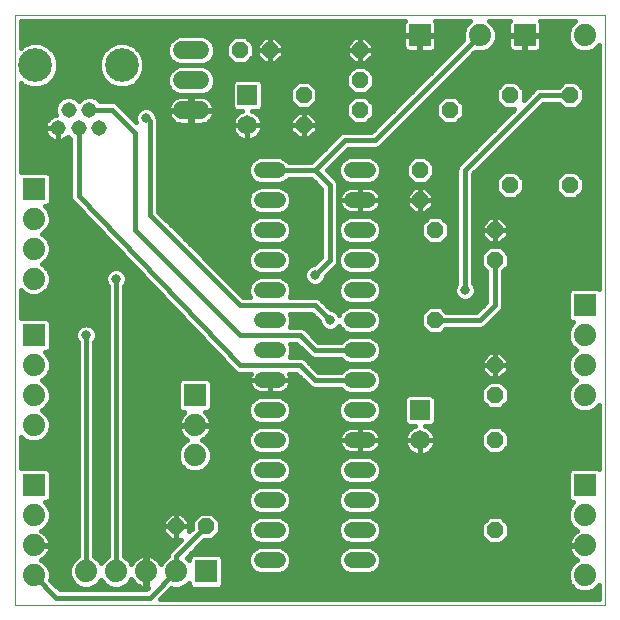
<source format=gbl>
G75*
G70*
%OFA0B0*%
%FSLAX24Y24*%
%IPPOS*%
%LPD*%
%AMOC8*
5,1,8,0,0,1.08239X$1,22.5*
%
%ADD10C,0.0000*%
%ADD11C,0.0520*%
%ADD12OC8,0.0520*%
%ADD13R,0.0740X0.0740*%
%ADD14C,0.0740*%
%ADD15C,0.0515*%
%ADD16C,0.1122*%
%ADD17R,0.0650X0.0650*%
%ADD18C,0.0650*%
%ADD19C,0.0600*%
%ADD20C,0.0317*%
%ADD21C,0.0160*%
D10*
X000181Y000685D02*
X000181Y020370D01*
X019866Y020370D01*
X019866Y000685D01*
X000181Y000685D01*
D11*
X008421Y002185D02*
X008941Y002185D01*
X008941Y003185D02*
X008421Y003185D01*
X008421Y004185D02*
X008941Y004185D01*
X008941Y005185D02*
X008421Y005185D01*
X008421Y006185D02*
X008941Y006185D01*
X008941Y007185D02*
X008421Y007185D01*
X008421Y008185D02*
X008941Y008185D01*
X008941Y009185D02*
X008421Y009185D01*
X008421Y010185D02*
X008941Y010185D01*
X008941Y011185D02*
X008421Y011185D01*
X008421Y012185D02*
X008941Y012185D01*
X008941Y013185D02*
X008421Y013185D01*
X008421Y014185D02*
X008941Y014185D01*
X008941Y015185D02*
X008421Y015185D01*
X011421Y015185D02*
X011941Y015185D01*
X011941Y014185D02*
X011421Y014185D01*
X011421Y013185D02*
X011941Y013185D01*
X011941Y012185D02*
X011421Y012185D01*
X011421Y011185D02*
X011941Y011185D01*
X011941Y010185D02*
X011421Y010185D01*
X011421Y009185D02*
X011941Y009185D01*
X011941Y008185D02*
X011421Y008185D01*
X011421Y007185D02*
X011941Y007185D01*
X011941Y006185D02*
X011421Y006185D01*
X011421Y005185D02*
X011941Y005185D01*
X011941Y004185D02*
X011421Y004185D01*
X011421Y003185D02*
X011941Y003185D01*
X011941Y002185D02*
X011421Y002185D01*
D12*
X016181Y003185D03*
X016181Y006185D03*
X016181Y007685D03*
X016181Y008685D03*
X014181Y010185D03*
X016181Y012185D03*
X016181Y013185D03*
X016681Y014685D03*
X018681Y014685D03*
X018681Y017685D03*
X016681Y017685D03*
X014681Y017185D03*
X013681Y015185D03*
X013681Y014185D03*
X014181Y013185D03*
X011681Y017185D03*
X011681Y018185D03*
X011681Y019185D03*
X009806Y017685D03*
X009806Y016685D03*
X008681Y019185D03*
X007681Y019185D03*
X006556Y003310D03*
X005556Y003310D03*
D13*
X006556Y001810D03*
X006181Y007685D03*
X000806Y009685D03*
X000806Y014560D03*
X000806Y004685D03*
X013681Y019685D03*
X017181Y019685D03*
X019181Y010685D03*
X019181Y004685D03*
D14*
X019181Y003685D03*
X019181Y002685D03*
X019181Y001685D03*
X019181Y007685D03*
X019181Y008685D03*
X019181Y009685D03*
X019181Y019685D03*
X015681Y019685D03*
X006181Y006685D03*
X006181Y005685D03*
X005556Y001810D03*
X004556Y001810D03*
X003556Y001810D03*
X002556Y001810D03*
X000806Y001685D03*
X000806Y002685D03*
X000806Y003685D03*
X000806Y006685D03*
X000806Y007685D03*
X000806Y008685D03*
X000806Y011560D03*
X000806Y012560D03*
X000806Y013560D03*
D15*
X001606Y016585D03*
X001976Y017205D03*
X002306Y016585D03*
X002976Y016585D03*
X002666Y017205D03*
D16*
X003743Y018685D03*
X000869Y018685D03*
D17*
X007931Y017685D03*
X013681Y007185D03*
D18*
X013681Y006185D03*
X007931Y016685D03*
D19*
X006356Y017185D02*
X005756Y017185D01*
X005756Y018185D02*
X006356Y018185D01*
X006356Y019185D02*
X005756Y019185D01*
D20*
X004556Y016935D03*
X003556Y011560D03*
X002556Y009685D03*
X010181Y011685D03*
X010681Y010185D03*
X015181Y011185D03*
D21*
X015181Y015185D01*
X017681Y017685D01*
X018681Y017685D01*
X018384Y017332D02*
X017724Y017332D01*
X017797Y017405D02*
X018311Y017405D01*
X018491Y017225D01*
X018872Y017225D01*
X019141Y017495D01*
X019141Y017876D01*
X018872Y018145D01*
X018491Y018145D01*
X018311Y017965D01*
X017737Y017965D01*
X017626Y017965D01*
X017523Y017923D01*
X017141Y017541D01*
X017141Y017876D01*
X016872Y018145D01*
X016491Y018145D01*
X016221Y017876D01*
X016221Y017495D01*
X016491Y017225D01*
X016826Y017225D01*
X014944Y015344D01*
X014901Y015241D01*
X014901Y015130D01*
X014901Y011412D01*
X014878Y011388D01*
X014823Y011257D01*
X014823Y011114D01*
X014878Y010982D01*
X014978Y010881D01*
X015110Y010827D01*
X015253Y010827D01*
X015384Y010881D01*
X015485Y010982D01*
X015540Y011114D01*
X015540Y011257D01*
X015485Y011388D01*
X015461Y011412D01*
X015461Y015069D01*
X017797Y017405D01*
X017566Y017174D02*
X019666Y017174D01*
X019666Y017332D02*
X018979Y017332D01*
X019138Y017491D02*
X019666Y017491D01*
X019666Y017649D02*
X019141Y017649D01*
X019141Y017808D02*
X019666Y017808D01*
X019666Y017967D02*
X019051Y017967D01*
X018892Y018125D02*
X019666Y018125D01*
X019666Y018284D02*
X014676Y018284D01*
X014834Y018442D02*
X019666Y018442D01*
X019666Y018601D02*
X014993Y018601D01*
X015151Y018759D02*
X019666Y018759D01*
X019666Y018918D02*
X015310Y018918D01*
X015468Y019076D02*
X019666Y019076D01*
X019666Y019235D02*
X019537Y019235D01*
X019504Y019202D02*
X019665Y019362D01*
X019666Y019367D01*
X019666Y011223D01*
X019634Y011255D01*
X018729Y011255D01*
X018611Y011138D01*
X018611Y010232D01*
X018729Y010115D01*
X018805Y010115D01*
X018698Y010008D01*
X018611Y009799D01*
X018611Y009572D01*
X018698Y009362D01*
X018859Y009202D01*
X018899Y009185D01*
X018859Y009169D01*
X018698Y009008D01*
X018611Y008799D01*
X018611Y008572D01*
X018698Y008362D01*
X018859Y008202D01*
X018899Y008185D01*
X018859Y008169D01*
X018698Y008008D01*
X018611Y007799D01*
X018611Y007572D01*
X018698Y007362D01*
X018859Y007202D01*
X019068Y007115D01*
X019295Y007115D01*
X019504Y007202D01*
X019665Y007362D01*
X019666Y007367D01*
X019666Y005223D01*
X019634Y005255D01*
X018729Y005255D01*
X018611Y005138D01*
X018611Y004232D01*
X018729Y004115D01*
X018805Y004115D01*
X018698Y004008D01*
X018611Y003799D01*
X018611Y003572D01*
X018698Y003362D01*
X018859Y003202D01*
X018928Y003173D01*
X018893Y003156D01*
X018823Y003105D01*
X018762Y003044D01*
X018711Y002974D01*
X018672Y002896D01*
X018645Y002814D01*
X018631Y002729D01*
X018631Y002705D01*
X019161Y002705D01*
X019161Y002665D01*
X018631Y002665D01*
X018631Y002642D01*
X018645Y002557D01*
X018672Y002474D01*
X018711Y002397D01*
X018762Y002327D01*
X018823Y002266D01*
X018893Y002215D01*
X018928Y002197D01*
X018859Y002169D01*
X018698Y002008D01*
X018611Y001799D01*
X018611Y001572D01*
X018698Y001362D01*
X018859Y001202D01*
X019068Y001115D01*
X019295Y001115D01*
X019504Y001202D01*
X019665Y001362D01*
X019666Y001367D01*
X019666Y000885D01*
X005027Y000885D01*
X005400Y001258D01*
X005443Y001240D01*
X005670Y001240D01*
X005879Y001327D01*
X005986Y001434D01*
X005986Y001357D01*
X006104Y001240D01*
X007009Y001240D01*
X007126Y001357D01*
X007126Y002263D01*
X007009Y002380D01*
X006104Y002380D01*
X005986Y002263D01*
X005986Y002186D01*
X005907Y002265D01*
X006492Y002850D01*
X006747Y002850D01*
X007016Y003120D01*
X007016Y003501D01*
X006747Y003770D01*
X006366Y003770D01*
X006096Y003501D01*
X006096Y003246D01*
X005996Y003146D01*
X005996Y003310D01*
X005557Y003310D01*
X005557Y003311D01*
X005556Y003311D01*
X005556Y003750D01*
X005374Y003750D01*
X005116Y003493D01*
X005116Y003311D01*
X005556Y003311D01*
X005556Y003310D01*
X005116Y003310D01*
X005116Y003128D01*
X005374Y002870D01*
X005556Y002870D01*
X005556Y003310D01*
X005557Y003310D01*
X005557Y002870D01*
X005721Y002870D01*
X005319Y002469D01*
X005276Y002366D01*
X005276Y002311D01*
X005234Y002294D01*
X005073Y002133D01*
X005044Y002064D01*
X005027Y002099D01*
X004976Y002169D01*
X004915Y002230D01*
X004845Y002281D01*
X004768Y002320D01*
X004685Y002347D01*
X004600Y002360D01*
X004576Y002360D01*
X004576Y001831D01*
X004536Y001831D01*
X004536Y002360D01*
X004513Y002360D01*
X004428Y002347D01*
X004345Y002320D01*
X004268Y002281D01*
X004198Y002230D01*
X004137Y002169D01*
X004086Y002099D01*
X004068Y002064D01*
X004040Y002133D01*
X003879Y002294D01*
X003836Y002311D01*
X003836Y011333D01*
X003860Y011357D01*
X003915Y011489D01*
X003915Y011632D01*
X003860Y011763D01*
X003759Y011864D01*
X003628Y011919D01*
X003485Y011919D01*
X003353Y011864D01*
X003253Y011763D01*
X003198Y011632D01*
X003198Y011489D01*
X003253Y011357D01*
X003276Y011333D01*
X003276Y002311D01*
X003234Y002294D01*
X003073Y002133D01*
X003056Y002093D01*
X003040Y002133D01*
X002879Y002294D01*
X002836Y002311D01*
X002836Y009458D01*
X002860Y009482D01*
X002915Y009614D01*
X002915Y009757D01*
X002860Y009888D01*
X002759Y009989D01*
X002628Y010044D01*
X002485Y010044D01*
X002353Y009989D01*
X002253Y009888D01*
X002198Y009757D01*
X002198Y009614D01*
X002253Y009482D01*
X002276Y009458D01*
X002276Y002311D01*
X002234Y002294D01*
X002073Y002133D01*
X001986Y001924D01*
X001986Y001697D01*
X002073Y001487D01*
X002234Y001327D01*
X002443Y001240D01*
X002670Y001240D01*
X002879Y001327D01*
X003040Y001487D01*
X003056Y001528D01*
X003073Y001487D01*
X003234Y001327D01*
X003443Y001240D01*
X003670Y001240D01*
X003879Y001327D01*
X004040Y001487D01*
X004068Y001557D01*
X004086Y001522D01*
X004137Y001452D01*
X004198Y001391D01*
X004268Y001340D01*
X004345Y001301D01*
X004428Y001274D01*
X004513Y001260D01*
X004536Y001260D01*
X004536Y001790D01*
X004576Y001790D01*
X004576Y001260D01*
X004600Y001260D01*
X004613Y001262D01*
X004565Y001215D01*
X001672Y001215D01*
X001359Y001529D01*
X001376Y001572D01*
X001376Y001799D01*
X001290Y002008D01*
X001129Y002169D01*
X001060Y002197D01*
X001095Y002215D01*
X001165Y002266D01*
X001226Y002327D01*
X001277Y002397D01*
X001316Y002474D01*
X001343Y002557D01*
X001356Y002642D01*
X001356Y002665D01*
X000827Y002665D01*
X000827Y002705D01*
X001356Y002705D01*
X001356Y002729D01*
X001343Y002814D01*
X001316Y002896D01*
X001277Y002974D01*
X001226Y003044D01*
X001165Y003105D01*
X001095Y003156D01*
X001060Y003173D01*
X001129Y003202D01*
X001290Y003362D01*
X001376Y003572D01*
X001376Y003799D01*
X001290Y004008D01*
X001182Y004115D01*
X001259Y004115D01*
X001376Y004232D01*
X001376Y005138D01*
X001259Y005255D01*
X000381Y005255D01*
X000381Y006304D01*
X000484Y006202D01*
X000693Y006115D01*
X000920Y006115D01*
X001129Y006202D01*
X001290Y006362D01*
X001376Y006572D01*
X001376Y006799D01*
X001290Y007008D01*
X001129Y007169D01*
X001089Y007185D01*
X001129Y007202D01*
X001290Y007362D01*
X001376Y007572D01*
X001376Y007799D01*
X001290Y008008D01*
X001129Y008169D01*
X001089Y008185D01*
X001129Y008202D01*
X001290Y008362D01*
X001376Y008572D01*
X001376Y008799D01*
X001290Y009008D01*
X001182Y009115D01*
X001259Y009115D01*
X001376Y009232D01*
X001376Y010138D01*
X001259Y010255D01*
X000381Y010255D01*
X000381Y011179D01*
X000484Y011077D01*
X000693Y010990D01*
X000920Y010990D01*
X001129Y011077D01*
X001290Y011237D01*
X001376Y011447D01*
X001376Y011674D01*
X001290Y011883D01*
X001129Y012044D01*
X001089Y012060D01*
X001129Y012077D01*
X001290Y012237D01*
X001376Y012447D01*
X001376Y012674D01*
X001290Y012883D01*
X001129Y013044D01*
X001089Y013060D01*
X001129Y013077D01*
X001290Y013237D01*
X001376Y013447D01*
X001376Y013674D01*
X001290Y013883D01*
X001182Y013990D01*
X001259Y013990D01*
X001376Y014107D01*
X001376Y015013D01*
X001259Y015130D01*
X000381Y015130D01*
X000381Y018097D01*
X000438Y018040D01*
X000718Y017924D01*
X001021Y017924D01*
X001300Y018040D01*
X001515Y018254D01*
X001630Y018534D01*
X001630Y018837D01*
X001515Y019116D01*
X001300Y019330D01*
X001021Y019446D01*
X000718Y019446D01*
X000438Y019330D01*
X000381Y019274D01*
X000381Y020170D01*
X013172Y020170D01*
X013167Y020166D01*
X013144Y020125D01*
X013131Y020079D01*
X013131Y019705D01*
X013661Y019705D01*
X013661Y019665D01*
X013131Y019665D01*
X013131Y019292D01*
X013144Y019246D01*
X013167Y019205D01*
X013201Y019171D01*
X013242Y019148D01*
X013288Y019135D01*
X013661Y019135D01*
X013661Y019665D01*
X013701Y019665D01*
X013701Y019135D01*
X014075Y019135D01*
X014121Y019148D01*
X014162Y019171D01*
X014195Y019205D01*
X014219Y019246D01*
X014231Y019292D01*
X014231Y019665D01*
X013702Y019665D01*
X013702Y019705D01*
X014231Y019705D01*
X014231Y020079D01*
X014219Y020125D01*
X014195Y020166D01*
X014191Y020170D01*
X015363Y020170D01*
X015359Y020169D01*
X015198Y020008D01*
X015111Y019799D01*
X015111Y019572D01*
X015129Y019529D01*
X013944Y018344D01*
X012065Y016465D01*
X011126Y016465D01*
X011023Y016423D01*
X010944Y016344D01*
X010065Y015465D01*
X009312Y015465D01*
X009202Y015575D01*
X009033Y015645D01*
X008330Y015645D01*
X008161Y015575D01*
X008031Y015446D01*
X007961Y015277D01*
X007961Y015094D01*
X008031Y014925D01*
X008161Y014795D01*
X008330Y014725D01*
X009033Y014725D01*
X009202Y014795D01*
X009312Y014905D01*
X010065Y014905D01*
X010401Y014569D01*
X010401Y012301D01*
X010144Y012044D01*
X010110Y012044D01*
X009978Y011989D01*
X009878Y011888D01*
X009823Y011757D01*
X009823Y011614D01*
X009878Y011482D01*
X009978Y011381D01*
X010110Y011327D01*
X010253Y011327D01*
X010384Y011381D01*
X010485Y011482D01*
X010540Y011614D01*
X010540Y011648D01*
X010840Y011948D01*
X010919Y012027D01*
X010961Y012130D01*
X010961Y014630D01*
X010961Y014741D01*
X010919Y014844D01*
X010577Y015185D01*
X011297Y015905D01*
X012126Y015905D01*
X012237Y015905D01*
X012340Y015948D01*
X014340Y017948D01*
X015525Y019133D01*
X015568Y019115D01*
X015795Y019115D01*
X016004Y019202D01*
X016165Y019362D01*
X016251Y019572D01*
X016251Y019799D01*
X016165Y020008D01*
X016004Y020169D01*
X016000Y020170D01*
X016672Y020170D01*
X016667Y020166D01*
X016644Y020125D01*
X016631Y020079D01*
X016631Y019705D01*
X017161Y019705D01*
X017161Y019665D01*
X016631Y019665D01*
X016631Y019292D01*
X016644Y019246D01*
X016667Y019205D01*
X016701Y019171D01*
X016742Y019148D01*
X016788Y019135D01*
X017161Y019135D01*
X017161Y019665D01*
X017201Y019665D01*
X017201Y019135D01*
X017575Y019135D01*
X017621Y019148D01*
X017662Y019171D01*
X017695Y019205D01*
X017719Y019246D01*
X017731Y019292D01*
X017731Y019665D01*
X017202Y019665D01*
X017202Y019705D01*
X017731Y019705D01*
X017731Y020079D01*
X017719Y020125D01*
X017695Y020166D01*
X017691Y020170D01*
X018863Y020170D01*
X018859Y020169D01*
X018698Y020008D01*
X018611Y019799D01*
X018611Y019572D01*
X018698Y019362D01*
X018859Y019202D01*
X019068Y019115D01*
X019295Y019115D01*
X019504Y019202D01*
X018826Y019235D02*
X017713Y019235D01*
X017731Y019393D02*
X018685Y019393D01*
X018620Y019552D02*
X017731Y019552D01*
X017731Y019711D02*
X018611Y019711D01*
X018641Y019869D02*
X017731Y019869D01*
X017731Y020028D02*
X018718Y020028D01*
X017201Y019552D02*
X017161Y019552D01*
X017161Y019393D02*
X017201Y019393D01*
X017201Y019235D02*
X017161Y019235D01*
X016650Y019235D02*
X016037Y019235D01*
X016177Y019393D02*
X016631Y019393D01*
X016631Y019552D02*
X016243Y019552D01*
X016251Y019711D02*
X016631Y019711D01*
X016631Y019869D02*
X016222Y019869D01*
X016145Y020028D02*
X016631Y020028D01*
X015681Y019685D02*
X014181Y018185D01*
X012181Y016185D01*
X011181Y016185D01*
X010181Y015185D01*
X008681Y015185D01*
X010181Y015185D01*
X010681Y014685D01*
X010681Y012185D01*
X010181Y011685D01*
X009834Y011783D02*
X009173Y011783D01*
X009202Y011795D02*
X009331Y011925D01*
X009401Y012094D01*
X009401Y012277D01*
X009331Y012446D01*
X009202Y012575D01*
X009033Y012645D01*
X008330Y012645D01*
X008161Y012575D01*
X008031Y012446D01*
X007961Y012277D01*
X007961Y012094D01*
X008031Y011925D01*
X008161Y011795D01*
X008330Y011725D01*
X009033Y011725D01*
X009202Y011795D01*
X009338Y011942D02*
X009931Y011942D01*
X010201Y012100D02*
X009401Y012100D01*
X009401Y012259D02*
X010359Y012259D01*
X010401Y012418D02*
X009343Y012418D01*
X009200Y012576D02*
X010401Y012576D01*
X010401Y012735D02*
X009055Y012735D01*
X009033Y012725D02*
X009202Y012795D01*
X009331Y012925D01*
X009401Y013094D01*
X009401Y013277D01*
X009331Y013446D01*
X009202Y013575D01*
X009033Y013645D01*
X008330Y013645D01*
X008161Y013575D01*
X008031Y013446D01*
X007961Y013277D01*
X007961Y013094D01*
X008031Y012925D01*
X008161Y012795D01*
X008330Y012725D01*
X009033Y012725D01*
X009300Y012893D02*
X010401Y012893D01*
X010401Y013052D02*
X009384Y013052D01*
X009401Y013210D02*
X010401Y013210D01*
X010401Y013369D02*
X009363Y013369D01*
X009250Y013527D02*
X010401Y013527D01*
X010401Y013686D02*
X005077Y013686D01*
X004961Y013801D02*
X004961Y015630D01*
X004961Y016130D01*
X004961Y016755D01*
X004961Y016866D01*
X004919Y016969D01*
X004915Y016973D01*
X004915Y017007D01*
X004860Y017138D01*
X004759Y017239D01*
X004628Y017294D01*
X004485Y017294D01*
X004353Y017239D01*
X004253Y017138D01*
X004198Y017007D01*
X004198Y016864D01*
X004233Y016780D01*
X003570Y017443D01*
X003467Y017485D01*
X003356Y017485D01*
X003033Y017485D01*
X002926Y017593D01*
X002757Y017663D01*
X002575Y017663D01*
X002407Y017593D01*
X002321Y017507D01*
X002236Y017593D01*
X002067Y017663D01*
X001885Y017663D01*
X001717Y017593D01*
X001589Y017464D01*
X001519Y017296D01*
X001519Y017114D01*
X001558Y017021D01*
X001504Y017012D01*
X001438Y016991D01*
X001377Y016959D01*
X001321Y016919D01*
X001273Y016870D01*
X001232Y016815D01*
X001201Y016753D01*
X001180Y016688D01*
X001169Y016620D01*
X001169Y016586D01*
X001606Y016586D01*
X001606Y016585D01*
X001169Y016585D01*
X001169Y016551D01*
X001180Y016483D01*
X001201Y016417D01*
X001232Y016356D01*
X001273Y016300D01*
X001321Y016252D01*
X001377Y016211D01*
X001438Y016180D01*
X001504Y016159D01*
X001572Y016148D01*
X001606Y016148D01*
X001606Y016585D01*
X001607Y016585D01*
X001607Y016148D01*
X001641Y016148D01*
X001709Y016159D01*
X001774Y016180D01*
X001836Y016211D01*
X001891Y016252D01*
X001940Y016300D01*
X001942Y016303D01*
X002026Y016218D01*
X002026Y014313D01*
X002025Y014261D01*
X002026Y014258D01*
X002026Y014255D01*
X002046Y014206D01*
X002066Y014157D01*
X002068Y014155D01*
X002069Y014152D01*
X002106Y014115D01*
X007443Y008530D01*
X007444Y008527D01*
X007481Y008490D01*
X007517Y008452D01*
X007520Y008450D01*
X007523Y008448D01*
X007571Y008428D01*
X007619Y008407D01*
X007623Y008407D01*
X007626Y008405D01*
X007679Y008405D01*
X007731Y008404D01*
X007734Y008405D01*
X008040Y008405D01*
X008014Y008354D01*
X007992Y008288D01*
X007981Y008220D01*
X007981Y008186D01*
X008681Y008186D01*
X008681Y008185D01*
X007981Y008185D01*
X007981Y008151D01*
X007992Y008082D01*
X008014Y008016D01*
X008045Y007955D01*
X008086Y007899D01*
X008135Y007850D01*
X008191Y007809D01*
X008252Y007778D01*
X008318Y007756D01*
X008387Y007745D01*
X008681Y007745D01*
X008681Y008185D01*
X008682Y008185D01*
X008682Y008186D01*
X009381Y008186D01*
X009381Y008220D01*
X009371Y008288D01*
X009349Y008354D01*
X009323Y008405D01*
X009565Y008405D01*
X009944Y008027D01*
X010023Y007948D01*
X010126Y007905D01*
X011051Y007905D01*
X011161Y007795D01*
X011330Y007725D01*
X012033Y007725D01*
X012202Y007795D01*
X012331Y007925D01*
X012401Y008094D01*
X012401Y008277D01*
X012331Y008446D01*
X012202Y008575D01*
X012033Y008645D01*
X011330Y008645D01*
X011161Y008575D01*
X011051Y008465D01*
X010297Y008465D01*
X009840Y008923D01*
X009737Y008965D01*
X009626Y008965D01*
X009348Y008965D01*
X009401Y009094D01*
X009401Y009277D01*
X009348Y009405D01*
X009566Y009405D01*
X009565Y009405D02*
X009944Y009027D01*
X010023Y008948D01*
X010126Y008905D01*
X011051Y008905D01*
X011161Y008795D01*
X011330Y008725D01*
X012033Y008725D01*
X012202Y008795D01*
X012331Y008925D01*
X012401Y009094D01*
X012401Y009277D01*
X012331Y009446D01*
X012202Y009575D01*
X012033Y009645D01*
X011330Y009645D01*
X011161Y009575D01*
X011051Y009465D01*
X010297Y009465D01*
X009840Y009923D01*
X009737Y009965D01*
X009626Y009965D01*
X009348Y009965D01*
X009401Y010094D01*
X009401Y010277D01*
X009348Y010405D01*
X010065Y010405D01*
X010323Y010148D01*
X010323Y010114D01*
X010378Y009982D01*
X010478Y009881D01*
X010610Y009827D01*
X010753Y009827D01*
X010884Y009881D01*
X010985Y009982D01*
X010996Y010009D01*
X011031Y009925D01*
X011161Y009795D01*
X011330Y009725D01*
X012033Y009725D01*
X012202Y009795D01*
X012331Y009925D01*
X012401Y010094D01*
X012401Y010277D01*
X012331Y010446D01*
X012202Y010575D01*
X012033Y010645D01*
X011330Y010645D01*
X011161Y010575D01*
X011031Y010446D01*
X010996Y010361D01*
X010985Y010388D01*
X010884Y010489D01*
X010753Y010544D01*
X010719Y010544D01*
X010419Y010844D01*
X010340Y010923D01*
X010237Y010965D01*
X009348Y010965D01*
X009401Y011094D01*
X009401Y011277D01*
X009331Y011446D01*
X009202Y011575D01*
X009033Y011645D01*
X008330Y011645D01*
X008161Y011575D01*
X008031Y011446D01*
X007961Y011277D01*
X007961Y011094D01*
X008015Y010965D01*
X007797Y010965D01*
X005419Y013344D01*
X004961Y013801D01*
X004961Y013844D02*
X008112Y013844D01*
X008161Y013795D02*
X008031Y013925D01*
X007961Y014094D01*
X007961Y014277D01*
X008031Y014446D01*
X008161Y014575D01*
X008330Y014645D01*
X009033Y014645D01*
X009202Y014575D01*
X009331Y014446D01*
X009401Y014277D01*
X009401Y014094D01*
X009331Y013925D01*
X009202Y013795D01*
X009033Y013725D01*
X008330Y013725D01*
X008161Y013795D01*
X007999Y014003D02*
X004961Y014003D01*
X004961Y014162D02*
X007961Y014162D01*
X007979Y014320D02*
X004961Y014320D01*
X004961Y014479D02*
X008064Y014479D01*
X008310Y014637D02*
X004961Y014637D01*
X004961Y014796D02*
X008161Y014796D01*
X008019Y014954D02*
X004961Y014954D01*
X004961Y015113D02*
X007961Y015113D01*
X007961Y015271D02*
X004961Y015271D01*
X004961Y015430D02*
X008025Y015430D01*
X008193Y015588D02*
X004961Y015588D01*
X004961Y015747D02*
X010347Y015747D01*
X010189Y015588D02*
X009170Y015588D01*
X009624Y016245D02*
X009366Y016503D01*
X009366Y016685D01*
X009806Y016685D01*
X009806Y016686D01*
X009806Y017125D01*
X009624Y017125D01*
X009366Y016868D01*
X009366Y016686D01*
X009806Y016686D01*
X009807Y016686D01*
X009807Y017125D01*
X009989Y017125D01*
X010246Y016868D01*
X010246Y016686D01*
X009807Y016686D01*
X009807Y016685D01*
X010246Y016685D01*
X010246Y016503D01*
X009989Y016245D01*
X009807Y016245D01*
X009807Y016685D01*
X009806Y016685D01*
X009806Y016245D01*
X009624Y016245D01*
X009488Y016381D02*
X008335Y016381D01*
X008317Y016356D02*
X008363Y016421D01*
X008399Y016491D01*
X008424Y016567D01*
X008436Y016646D01*
X008436Y016685D01*
X007932Y016685D01*
X007932Y016686D01*
X008436Y016686D01*
X008436Y016725D01*
X008424Y016804D01*
X008399Y016879D01*
X008363Y016950D01*
X008317Y017014D01*
X008260Y017071D01*
X008196Y017117D01*
X008125Y017153D01*
X008103Y017160D01*
X008339Y017160D01*
X008456Y017277D01*
X008456Y018093D01*
X008339Y018210D01*
X007524Y018210D01*
X007406Y018093D01*
X007406Y017277D01*
X007524Y017160D01*
X007759Y017160D01*
X007738Y017153D01*
X007667Y017117D01*
X007602Y017071D01*
X007546Y017014D01*
X007499Y016950D01*
X007463Y016879D01*
X007439Y016804D01*
X007426Y016725D01*
X007426Y016686D01*
X007931Y016686D01*
X007931Y016685D01*
X007426Y016685D01*
X007426Y016646D01*
X007439Y016567D01*
X007463Y016491D01*
X007499Y016421D01*
X007546Y016356D01*
X007602Y016300D01*
X007667Y016253D01*
X007738Y016217D01*
X007813Y016193D01*
X007892Y016180D01*
X007931Y016180D01*
X007931Y016685D01*
X007932Y016685D01*
X007932Y016180D01*
X007971Y016180D01*
X008050Y016193D01*
X008125Y016217D01*
X008196Y016253D01*
X008260Y016300D01*
X008317Y016356D01*
X008415Y016540D02*
X009366Y016540D01*
X009366Y016698D02*
X008436Y016698D01*
X008407Y016857D02*
X009366Y016857D01*
X009514Y017015D02*
X008316Y017015D01*
X008353Y017174D02*
X011221Y017174D01*
X011221Y017332D02*
X010104Y017332D01*
X009997Y017225D02*
X010266Y017495D01*
X010266Y017876D01*
X009997Y018145D01*
X009616Y018145D01*
X009346Y017876D01*
X009346Y017495D01*
X009616Y017225D01*
X009997Y017225D01*
X010099Y017015D02*
X011221Y017015D01*
X011221Y016995D02*
X011491Y016725D01*
X011872Y016725D01*
X012141Y016995D01*
X012141Y017376D01*
X011872Y017645D01*
X011491Y017645D01*
X011221Y017376D01*
X011221Y016995D01*
X011359Y016857D02*
X010246Y016857D01*
X010246Y016698D02*
X012298Y016698D01*
X012140Y016540D02*
X010246Y016540D01*
X010124Y016381D02*
X010981Y016381D01*
X010823Y016223D02*
X008136Y016223D01*
X007932Y016223D02*
X007931Y016223D01*
X007931Y016381D02*
X007932Y016381D01*
X007931Y016540D02*
X007932Y016540D01*
X007727Y016223D02*
X004961Y016223D01*
X004961Y016381D02*
X007528Y016381D01*
X007448Y016540D02*
X004961Y016540D01*
X004961Y016698D02*
X007426Y016698D01*
X007456Y016857D02*
X006707Y016857D01*
X006723Y016873D02*
X006669Y016819D01*
X006608Y016775D01*
X006541Y016741D01*
X006469Y016717D01*
X006394Y016705D01*
X006076Y016705D01*
X006076Y017165D01*
X006036Y017165D01*
X005276Y017165D01*
X005276Y017148D01*
X005288Y017073D01*
X005312Y017001D01*
X005346Y016934D01*
X005390Y016873D01*
X005444Y016819D01*
X005505Y016775D01*
X005572Y016741D01*
X005644Y016717D01*
X005719Y016705D01*
X006036Y016705D01*
X006036Y017165D01*
X006036Y017205D01*
X005276Y017205D01*
X005276Y017223D01*
X005288Y017298D01*
X005312Y017370D01*
X005346Y017437D01*
X005390Y017498D01*
X005444Y017551D01*
X005505Y017596D01*
X005572Y017630D01*
X005644Y017654D01*
X005719Y017665D01*
X006036Y017665D01*
X006036Y017206D01*
X006076Y017206D01*
X006076Y017665D01*
X006394Y017665D01*
X006469Y017654D01*
X006541Y017630D01*
X006608Y017596D01*
X006669Y017551D01*
X006723Y017498D01*
X006767Y017437D01*
X006801Y017370D01*
X006825Y017298D01*
X006836Y017223D01*
X006836Y017205D01*
X006077Y017205D01*
X006077Y017165D01*
X006836Y017165D01*
X006836Y017148D01*
X006825Y017073D01*
X006801Y017001D01*
X006767Y016934D01*
X006723Y016873D01*
X006806Y017015D02*
X007547Y017015D01*
X007510Y017174D02*
X006077Y017174D01*
X006036Y017174D02*
X004825Y017174D01*
X004911Y017015D02*
X005307Y017015D01*
X005406Y016857D02*
X004961Y016857D01*
X004681Y016810D02*
X004556Y016935D01*
X004681Y016810D02*
X004681Y016185D01*
X004681Y015685D01*
X004681Y013685D01*
X005181Y013185D01*
X007681Y010685D01*
X010181Y010685D01*
X010681Y010185D01*
X010480Y009881D02*
X009882Y009881D01*
X010040Y009722D02*
X018611Y009722D01*
X018615Y009564D02*
X012213Y009564D01*
X012348Y009405D02*
X018680Y009405D01*
X018814Y009247D02*
X012401Y009247D01*
X012399Y009088D02*
X015962Y009088D01*
X015999Y009125D02*
X015741Y008868D01*
X015741Y008686D01*
X016181Y008686D01*
X016181Y009125D01*
X015999Y009125D01*
X016182Y009125D02*
X016182Y008686D01*
X016181Y008686D01*
X016181Y008685D01*
X015741Y008685D01*
X015741Y008503D01*
X015999Y008245D01*
X016181Y008245D01*
X016181Y008685D01*
X016182Y008685D01*
X016182Y008686D01*
X016621Y008686D01*
X016621Y008868D01*
X016364Y009125D01*
X016182Y009125D01*
X016181Y009088D02*
X016182Y009088D01*
X016181Y008930D02*
X016182Y008930D01*
X016181Y008771D02*
X016182Y008771D01*
X016182Y008685D02*
X016621Y008685D01*
X016621Y008503D01*
X016364Y008245D01*
X016182Y008245D01*
X016182Y008685D01*
X016181Y008613D02*
X016182Y008613D01*
X016181Y008454D02*
X016182Y008454D01*
X016181Y008295D02*
X016182Y008295D01*
X016414Y008295D02*
X018765Y008295D01*
X018827Y008137D02*
X016380Y008137D01*
X016372Y008145D02*
X015991Y008145D01*
X015721Y007876D01*
X015721Y007495D01*
X015991Y007225D01*
X016372Y007225D01*
X016641Y007495D01*
X016641Y007876D01*
X016372Y008145D01*
X016539Y007978D02*
X018686Y007978D01*
X018620Y007820D02*
X016641Y007820D01*
X016641Y007661D02*
X018611Y007661D01*
X018640Y007503D02*
X016641Y007503D01*
X016491Y007344D02*
X018716Y007344D01*
X018898Y007186D02*
X014206Y007186D01*
X014206Y007344D02*
X015872Y007344D01*
X015721Y007503D02*
X014206Y007503D01*
X014206Y007593D02*
X014089Y007710D01*
X013274Y007710D01*
X013156Y007593D01*
X013156Y006777D01*
X013274Y006660D01*
X013509Y006660D01*
X013488Y006653D01*
X013417Y006617D01*
X013352Y006571D01*
X013296Y006514D01*
X013249Y006450D01*
X013213Y006379D01*
X013189Y006304D01*
X013176Y006225D01*
X013176Y006186D01*
X013681Y006186D01*
X013681Y006185D01*
X013176Y006185D01*
X013176Y006146D01*
X013189Y006067D01*
X013213Y005991D01*
X013249Y005921D01*
X013296Y005856D01*
X013352Y005800D01*
X013417Y005753D01*
X013488Y005717D01*
X013563Y005693D01*
X013642Y005680D01*
X013681Y005680D01*
X013681Y006185D01*
X013682Y006185D01*
X013682Y006186D01*
X014186Y006186D01*
X014186Y006225D01*
X014174Y006304D01*
X014149Y006379D01*
X014113Y006450D01*
X014067Y006514D01*
X014010Y006571D01*
X013946Y006617D01*
X013875Y006653D01*
X013853Y006660D01*
X014089Y006660D01*
X014206Y006777D01*
X014206Y007593D01*
X014138Y007661D02*
X015721Y007661D01*
X015721Y007820D02*
X012226Y007820D01*
X012354Y007978D02*
X015824Y007978D01*
X015982Y008137D02*
X012401Y008137D01*
X012394Y008295D02*
X015949Y008295D01*
X015791Y008454D02*
X012323Y008454D01*
X012112Y008613D02*
X015741Y008613D01*
X015741Y008771D02*
X012143Y008771D01*
X012333Y008930D02*
X015803Y008930D01*
X016401Y009088D02*
X018778Y009088D01*
X018666Y008930D02*
X016559Y008930D01*
X016621Y008771D02*
X018611Y008771D01*
X018611Y008613D02*
X016621Y008613D01*
X016572Y008454D02*
X018660Y008454D01*
X019646Y007344D02*
X019666Y007344D01*
X019666Y007186D02*
X019464Y007186D01*
X019666Y007027D02*
X014206Y007027D01*
X014206Y006869D02*
X019666Y006869D01*
X019666Y006710D02*
X014139Y006710D01*
X014029Y006551D02*
X015897Y006551D01*
X015991Y006645D02*
X015721Y006376D01*
X015721Y005995D01*
X015991Y005725D01*
X016372Y005725D01*
X016641Y005995D01*
X016641Y006376D01*
X016372Y006645D01*
X015991Y006645D01*
X015738Y006393D02*
X014142Y006393D01*
X014185Y006234D02*
X015721Y006234D01*
X015721Y006076D02*
X014175Y006076D01*
X014174Y006067D02*
X014186Y006146D01*
X014186Y006185D01*
X013682Y006185D01*
X013682Y005680D01*
X013721Y005680D01*
X013800Y005693D01*
X013875Y005717D01*
X013946Y005753D01*
X014010Y005800D01*
X014067Y005856D01*
X014113Y005921D01*
X014149Y005991D01*
X014174Y006067D01*
X014111Y005917D02*
X015799Y005917D01*
X015957Y005759D02*
X013953Y005759D01*
X013682Y005759D02*
X013681Y005759D01*
X013681Y005917D02*
X013682Y005917D01*
X013681Y006076D02*
X013682Y006076D01*
X013409Y005759D02*
X012052Y005759D01*
X012044Y005756D02*
X012110Y005778D01*
X012172Y005809D01*
X012228Y005850D01*
X012277Y005899D01*
X012318Y005955D01*
X012349Y006016D01*
X012371Y006082D01*
X012381Y006151D01*
X012381Y006185D01*
X011682Y006185D01*
X011682Y006186D01*
X011681Y006186D01*
X011681Y006625D01*
X011387Y006625D01*
X011318Y006614D01*
X011252Y006593D01*
X011191Y006562D01*
X011135Y006521D01*
X011086Y006472D01*
X011045Y006416D01*
X011014Y006354D01*
X010992Y006288D01*
X010981Y006220D01*
X010981Y006186D01*
X011681Y006186D01*
X011681Y006185D01*
X010981Y006185D01*
X010981Y006151D01*
X010992Y006082D01*
X011014Y006016D01*
X011045Y005955D01*
X011086Y005899D01*
X011135Y005850D01*
X011191Y005809D01*
X011252Y005778D01*
X011318Y005756D01*
X011387Y005745D01*
X011681Y005745D01*
X011681Y006185D01*
X011682Y006185D01*
X011682Y005745D01*
X011976Y005745D01*
X012044Y005756D01*
X012033Y005645D02*
X012202Y005575D01*
X012331Y005446D01*
X012401Y005277D01*
X012401Y005094D01*
X012331Y004925D01*
X012202Y004795D01*
X012033Y004725D01*
X011330Y004725D01*
X011161Y004795D01*
X011031Y004925D01*
X010961Y005094D01*
X010961Y005277D01*
X011031Y005446D01*
X011161Y005575D01*
X011330Y005645D01*
X012033Y005645D01*
X012142Y005600D02*
X019666Y005600D01*
X019666Y005442D02*
X012333Y005442D01*
X012399Y005283D02*
X019666Y005283D01*
X019666Y005759D02*
X016405Y005759D01*
X016564Y005917D02*
X019666Y005917D01*
X019666Y006076D02*
X016641Y006076D01*
X016641Y006234D02*
X019666Y006234D01*
X019666Y006393D02*
X016624Y006393D01*
X016466Y006551D02*
X019666Y006551D01*
X018611Y005125D02*
X012401Y005125D01*
X012348Y004966D02*
X018611Y004966D01*
X018611Y004807D02*
X012214Y004807D01*
X012202Y004575D02*
X012033Y004645D01*
X011330Y004645D01*
X011161Y004575D01*
X011031Y004446D01*
X010961Y004277D01*
X010961Y004094D01*
X011031Y003925D01*
X011161Y003795D01*
X011330Y003725D01*
X012033Y003725D01*
X012202Y003795D01*
X012331Y003925D01*
X012401Y004094D01*
X012401Y004277D01*
X012331Y004446D01*
X012202Y004575D01*
X012287Y004490D02*
X018611Y004490D01*
X018611Y004332D02*
X012379Y004332D01*
X012401Y004173D02*
X018671Y004173D01*
X018705Y004015D02*
X012369Y004015D01*
X012263Y003856D02*
X018635Y003856D01*
X018611Y003698D02*
X006820Y003698D01*
X006978Y003539D02*
X008125Y003539D01*
X008161Y003575D02*
X008031Y003446D01*
X007961Y003277D01*
X007961Y003094D01*
X008031Y002925D01*
X008161Y002795D01*
X008330Y002725D01*
X009033Y002725D01*
X009202Y002795D01*
X009331Y002925D01*
X009401Y003094D01*
X009401Y003277D01*
X009331Y003446D01*
X009202Y003575D01*
X009033Y003645D01*
X008330Y003645D01*
X008161Y003575D01*
X008161Y003795D02*
X008330Y003725D01*
X009033Y003725D01*
X009202Y003795D01*
X009331Y003925D01*
X009401Y004094D01*
X009401Y004277D01*
X009331Y004446D01*
X009202Y004575D01*
X009033Y004645D01*
X008330Y004645D01*
X008161Y004575D01*
X008031Y004446D01*
X007961Y004277D01*
X007961Y004094D01*
X008031Y003925D01*
X008161Y003795D01*
X008100Y003856D02*
X003836Y003856D01*
X003836Y003698D02*
X005322Y003698D01*
X005163Y003539D02*
X003836Y003539D01*
X003836Y003381D02*
X005116Y003381D01*
X005116Y003222D02*
X003836Y003222D01*
X003836Y003064D02*
X005181Y003064D01*
X005340Y002905D02*
X003836Y002905D01*
X003836Y002746D02*
X005597Y002746D01*
X005557Y002905D02*
X005556Y002905D01*
X005556Y003064D02*
X005557Y003064D01*
X005556Y003222D02*
X005557Y003222D01*
X005557Y003311D02*
X005996Y003311D01*
X005996Y003493D01*
X005739Y003750D01*
X005557Y003750D01*
X005557Y003311D01*
X005556Y003381D02*
X005557Y003381D01*
X005556Y003539D02*
X005557Y003539D01*
X005556Y003698D02*
X005557Y003698D01*
X005791Y003698D02*
X006293Y003698D01*
X006135Y003539D02*
X005950Y003539D01*
X005996Y003381D02*
X006096Y003381D01*
X006072Y003222D02*
X005996Y003222D01*
X006388Y002746D02*
X008279Y002746D01*
X008330Y002645D02*
X008161Y002575D01*
X008031Y002446D01*
X007961Y002277D01*
X007961Y002094D01*
X008031Y001925D01*
X008161Y001795D01*
X007126Y001795D01*
X007126Y001637D02*
X018611Y001637D01*
X018611Y001795D02*
X012201Y001795D01*
X012202Y001795D02*
X012331Y001925D01*
X012401Y002094D01*
X012401Y002277D01*
X012331Y002446D01*
X012202Y002575D01*
X012033Y002645D01*
X011330Y002645D01*
X011161Y002575D01*
X011031Y002446D01*
X010961Y002277D01*
X010961Y002094D01*
X011031Y001925D01*
X011161Y001795D01*
X009201Y001795D01*
X009202Y001795D02*
X009331Y001925D01*
X009401Y002094D01*
X009401Y002277D01*
X009331Y002446D01*
X009202Y002575D01*
X009033Y002645D01*
X008330Y002645D01*
X008191Y002588D02*
X006230Y002588D01*
X006071Y002429D02*
X008025Y002429D01*
X007961Y002271D02*
X007119Y002271D01*
X007126Y002112D02*
X007961Y002112D01*
X008019Y001954D02*
X007126Y001954D01*
X007126Y001478D02*
X018650Y001478D01*
X018741Y001320D02*
X007088Y001320D01*
X006024Y001320D02*
X005861Y001320D01*
X005556Y001810D02*
X005556Y002310D01*
X006556Y003310D01*
X007016Y003381D02*
X008004Y003381D01*
X007961Y003222D02*
X007016Y003222D01*
X006960Y003064D02*
X007974Y003064D01*
X008051Y002905D02*
X006802Y002905D01*
X005994Y002271D02*
X005913Y002271D01*
X005556Y001810D02*
X004681Y000935D01*
X001556Y000935D01*
X000806Y001685D01*
X001186Y002112D02*
X002065Y002112D01*
X001999Y001954D02*
X001312Y001954D01*
X001376Y001795D02*
X001986Y001795D01*
X002011Y001637D02*
X001376Y001637D01*
X001410Y001478D02*
X002083Y001478D01*
X002252Y001320D02*
X001568Y001320D01*
X001170Y002271D02*
X002211Y002271D01*
X002276Y002429D02*
X001293Y002429D01*
X001348Y002588D02*
X002276Y002588D01*
X002276Y002746D02*
X001354Y002746D01*
X001312Y002905D02*
X002276Y002905D01*
X002276Y003064D02*
X001206Y003064D01*
X001149Y003222D02*
X002276Y003222D01*
X002276Y003381D02*
X001297Y003381D01*
X001363Y003539D02*
X002276Y003539D01*
X002276Y003698D02*
X001376Y003698D01*
X001353Y003856D02*
X002276Y003856D01*
X002276Y004015D02*
X001283Y004015D01*
X001317Y004173D02*
X002276Y004173D01*
X002276Y004332D02*
X001376Y004332D01*
X001376Y004490D02*
X002276Y004490D01*
X002276Y004649D02*
X001376Y004649D01*
X001376Y004807D02*
X002276Y004807D01*
X002276Y004966D02*
X001376Y004966D01*
X001376Y005125D02*
X002276Y005125D01*
X002276Y005283D02*
X000381Y005283D01*
X000381Y005442D02*
X002276Y005442D01*
X002276Y005600D02*
X000381Y005600D01*
X000381Y005759D02*
X002276Y005759D01*
X002276Y005917D02*
X000381Y005917D01*
X000381Y006076D02*
X002276Y006076D01*
X002276Y006234D02*
X001162Y006234D01*
X001302Y006393D02*
X002276Y006393D01*
X002276Y006551D02*
X001368Y006551D01*
X001376Y006710D02*
X002276Y006710D01*
X002276Y006869D02*
X001347Y006869D01*
X001271Y007027D02*
X002276Y007027D01*
X002276Y007186D02*
X001089Y007186D01*
X001271Y007344D02*
X002276Y007344D01*
X002276Y007503D02*
X001348Y007503D01*
X001376Y007661D02*
X002276Y007661D01*
X002276Y007820D02*
X001368Y007820D01*
X001302Y007978D02*
X002276Y007978D01*
X002276Y008137D02*
X001161Y008137D01*
X001223Y008295D02*
X002276Y008295D01*
X002276Y008454D02*
X001328Y008454D01*
X001376Y008613D02*
X002276Y008613D01*
X002276Y008771D02*
X001376Y008771D01*
X001322Y008930D02*
X002276Y008930D01*
X002276Y009088D02*
X001210Y009088D01*
X001376Y009247D02*
X002276Y009247D01*
X002276Y009405D02*
X001376Y009405D01*
X001376Y009564D02*
X002219Y009564D01*
X002198Y009722D02*
X001376Y009722D01*
X001376Y009881D02*
X002249Y009881D01*
X002475Y010039D02*
X001376Y010039D01*
X001317Y010198D02*
X003276Y010198D01*
X003276Y010356D02*
X000381Y010356D01*
X000381Y010515D02*
X003276Y010515D01*
X003276Y010674D02*
X000381Y010674D01*
X000381Y010832D02*
X003276Y010832D01*
X003276Y010991D02*
X000921Y010991D01*
X000692Y010991D02*
X000381Y010991D01*
X000381Y011149D02*
X000411Y011149D01*
X001201Y011149D02*
X003276Y011149D01*
X003276Y011308D02*
X001319Y011308D01*
X001376Y011466D02*
X003207Y011466D01*
X003198Y011625D02*
X001376Y011625D01*
X001331Y011783D02*
X003273Y011783D01*
X003556Y011560D02*
X003556Y001810D01*
X003211Y002271D02*
X002902Y002271D01*
X002836Y002429D02*
X003276Y002429D01*
X003276Y002588D02*
X002836Y002588D01*
X002836Y002746D02*
X003276Y002746D01*
X003276Y002905D02*
X002836Y002905D01*
X002836Y003064D02*
X003276Y003064D01*
X003276Y003222D02*
X002836Y003222D01*
X002836Y003381D02*
X003276Y003381D01*
X003276Y003539D02*
X002836Y003539D01*
X002836Y003698D02*
X003276Y003698D01*
X003276Y003856D02*
X002836Y003856D01*
X002836Y004015D02*
X003276Y004015D01*
X003276Y004173D02*
X002836Y004173D01*
X002836Y004332D02*
X003276Y004332D01*
X003276Y004490D02*
X002836Y004490D01*
X002836Y004649D02*
X003276Y004649D01*
X003276Y004807D02*
X002836Y004807D01*
X002836Y004966D02*
X003276Y004966D01*
X003276Y005125D02*
X002836Y005125D01*
X002836Y005283D02*
X003276Y005283D01*
X003276Y005442D02*
X002836Y005442D01*
X002836Y005600D02*
X003276Y005600D01*
X003276Y005759D02*
X002836Y005759D01*
X002836Y005917D02*
X003276Y005917D01*
X003276Y006076D02*
X002836Y006076D01*
X002836Y006234D02*
X003276Y006234D01*
X003276Y006393D02*
X002836Y006393D01*
X002836Y006551D02*
X003276Y006551D01*
X003276Y006710D02*
X002836Y006710D01*
X002836Y006869D02*
X003276Y006869D01*
X003276Y007027D02*
X002836Y007027D01*
X002836Y007186D02*
X003276Y007186D01*
X003276Y007344D02*
X002836Y007344D01*
X002836Y007503D02*
X003276Y007503D01*
X003276Y007661D02*
X002836Y007661D01*
X002836Y007820D02*
X003276Y007820D01*
X003276Y007978D02*
X002836Y007978D01*
X002836Y008137D02*
X003276Y008137D01*
X003276Y008295D02*
X002836Y008295D01*
X002836Y008454D02*
X003276Y008454D01*
X003276Y008613D02*
X002836Y008613D01*
X002836Y008771D02*
X003276Y008771D01*
X003276Y008930D02*
X002836Y008930D01*
X002836Y009088D02*
X003276Y009088D01*
X003276Y009247D02*
X002836Y009247D01*
X002836Y009405D02*
X003276Y009405D01*
X003276Y009564D02*
X002894Y009564D01*
X002915Y009722D02*
X003276Y009722D01*
X003276Y009881D02*
X002863Y009881D01*
X002638Y010039D02*
X003276Y010039D01*
X003836Y010039D02*
X006000Y010039D01*
X006152Y009881D02*
X003836Y009881D01*
X003836Y009722D02*
X006303Y009722D01*
X006455Y009564D02*
X003836Y009564D01*
X003836Y009405D02*
X006606Y009405D01*
X006758Y009247D02*
X003836Y009247D01*
X003836Y009088D02*
X006909Y009088D01*
X007061Y008930D02*
X003836Y008930D01*
X003836Y008771D02*
X007212Y008771D01*
X007364Y008613D02*
X003836Y008613D01*
X003836Y008454D02*
X007515Y008454D01*
X007681Y008685D02*
X009681Y008685D01*
X010181Y008185D01*
X011681Y008185D01*
X011251Y008613D02*
X010150Y008613D01*
X009992Y008771D02*
X011220Y008771D01*
X011681Y009185D02*
X010181Y009185D01*
X009681Y009685D01*
X007681Y009685D01*
X004181Y013185D01*
X004181Y013685D01*
X004181Y015685D01*
X004181Y016435D01*
X003411Y017205D01*
X002666Y017205D01*
X003028Y017491D02*
X005385Y017491D01*
X005299Y017332D02*
X003680Y017332D01*
X003839Y017174D02*
X004288Y017174D01*
X004202Y017015D02*
X003997Y017015D01*
X004156Y016857D02*
X004201Y016857D01*
X004961Y016064D02*
X010664Y016064D01*
X010506Y015906D02*
X004961Y015906D01*
X006036Y016857D02*
X006076Y016857D01*
X006076Y017015D02*
X006036Y017015D01*
X006036Y017332D02*
X006076Y017332D01*
X006076Y017491D02*
X006036Y017491D01*
X006036Y017649D02*
X006076Y017649D01*
X006456Y017685D02*
X005657Y017685D01*
X005473Y017761D01*
X005333Y017902D01*
X005256Y018086D01*
X005256Y018285D01*
X005333Y018469D01*
X005473Y018609D01*
X005657Y018685D01*
X006456Y018685D01*
X006640Y018609D01*
X006780Y018469D01*
X006856Y018285D01*
X006856Y018086D01*
X006780Y017902D01*
X006640Y017761D01*
X006456Y017685D01*
X006481Y017649D02*
X007406Y017649D01*
X007406Y017491D02*
X006728Y017491D01*
X006813Y017332D02*
X007406Y017332D01*
X007406Y017808D02*
X006686Y017808D01*
X006807Y017967D02*
X007406Y017967D01*
X007438Y018125D02*
X006856Y018125D01*
X006856Y018284D02*
X011221Y018284D01*
X011221Y018376D02*
X011221Y017995D01*
X011491Y017725D01*
X011872Y017725D01*
X012141Y017995D01*
X012141Y018376D01*
X011872Y018645D01*
X011491Y018645D01*
X011221Y018376D01*
X011288Y018442D02*
X006791Y018442D01*
X006648Y018601D02*
X011446Y018601D01*
X011499Y018745D02*
X011241Y019003D01*
X011241Y019185D01*
X011681Y019185D01*
X011681Y019186D01*
X011681Y019625D01*
X011499Y019625D01*
X011241Y019368D01*
X011241Y019186D01*
X011681Y019186D01*
X011682Y019186D01*
X011682Y019625D01*
X011864Y019625D01*
X012121Y019368D01*
X012121Y019186D01*
X011682Y019186D01*
X011682Y019185D01*
X012121Y019185D01*
X012121Y019003D01*
X011864Y018745D01*
X011682Y018745D01*
X011682Y019185D01*
X011681Y019185D01*
X011681Y018745D01*
X011499Y018745D01*
X011485Y018759D02*
X008878Y018759D01*
X008864Y018745D02*
X009121Y019003D01*
X009121Y019185D01*
X008682Y019185D01*
X008682Y019186D01*
X008681Y019186D01*
X008681Y019625D01*
X008499Y019625D01*
X008241Y019368D01*
X008241Y019186D01*
X008681Y019186D01*
X008681Y019185D01*
X008241Y019185D01*
X008241Y019003D01*
X008499Y018745D01*
X008681Y018745D01*
X008681Y019185D01*
X008682Y019185D01*
X008682Y018745D01*
X008864Y018745D01*
X008682Y018759D02*
X008681Y018759D01*
X008681Y018918D02*
X008682Y018918D01*
X008681Y019076D02*
X008682Y019076D01*
X008682Y019186D02*
X009121Y019186D01*
X009121Y019368D01*
X008864Y019625D01*
X008682Y019625D01*
X008682Y019186D01*
X008681Y019235D02*
X008682Y019235D01*
X008681Y019393D02*
X008682Y019393D01*
X008681Y019552D02*
X008682Y019552D01*
X008937Y019552D02*
X011426Y019552D01*
X011267Y019393D02*
X009095Y019393D01*
X009121Y019235D02*
X011241Y019235D01*
X011241Y019076D02*
X009121Y019076D01*
X009036Y018918D02*
X011327Y018918D01*
X011681Y018918D02*
X011682Y018918D01*
X011681Y019076D02*
X011682Y019076D01*
X011681Y019235D02*
X011682Y019235D01*
X011681Y019393D02*
X011682Y019393D01*
X011681Y019552D02*
X011682Y019552D01*
X011937Y019552D02*
X013131Y019552D01*
X013131Y019393D02*
X012095Y019393D01*
X012121Y019235D02*
X013150Y019235D01*
X013131Y019711D02*
X000381Y019711D01*
X000381Y019869D02*
X013131Y019869D01*
X013131Y020028D02*
X000381Y020028D01*
X000381Y019552D02*
X005416Y019552D01*
X005473Y019609D02*
X005333Y019469D01*
X005256Y019285D01*
X005256Y019086D01*
X005333Y018902D01*
X005473Y018761D01*
X005657Y018685D01*
X006456Y018685D01*
X006640Y018761D01*
X006780Y018902D01*
X006856Y019086D01*
X006856Y019285D01*
X006780Y019469D01*
X006640Y019609D01*
X006456Y019685D01*
X005657Y019685D01*
X005473Y019609D01*
X005301Y019393D02*
X004022Y019393D01*
X003895Y019446D02*
X003592Y019446D01*
X003312Y019330D01*
X003098Y019116D01*
X002982Y018837D01*
X002982Y018534D01*
X003098Y018254D01*
X003312Y018040D01*
X003592Y017924D01*
X003895Y017924D01*
X004174Y018040D01*
X004389Y018254D01*
X004504Y018534D01*
X004504Y018837D01*
X004389Y019116D01*
X004174Y019330D01*
X003895Y019446D01*
X004270Y019235D02*
X005256Y019235D01*
X005260Y019076D02*
X004405Y019076D01*
X004471Y018918D02*
X005326Y018918D01*
X005478Y018759D02*
X004504Y018759D01*
X004504Y018601D02*
X005465Y018601D01*
X005322Y018442D02*
X004466Y018442D01*
X004401Y018284D02*
X005256Y018284D01*
X005256Y018125D02*
X004259Y018125D01*
X003997Y017967D02*
X005306Y017967D01*
X005427Y017808D02*
X000381Y017808D01*
X000381Y017649D02*
X001853Y017649D01*
X002100Y017649D02*
X002543Y017649D01*
X002790Y017649D02*
X005632Y017649D01*
X006634Y018759D02*
X007457Y018759D01*
X007491Y018725D02*
X007872Y018725D01*
X008141Y018995D01*
X008141Y019376D01*
X007872Y019645D01*
X007491Y019645D01*
X007221Y019376D01*
X007221Y018995D01*
X007491Y018725D01*
X007298Y018918D02*
X006787Y018918D01*
X006852Y019076D02*
X007221Y019076D01*
X007221Y019235D02*
X006856Y019235D01*
X006811Y019393D02*
X007239Y019393D01*
X007398Y019552D02*
X006697Y019552D01*
X007906Y018759D02*
X008485Y018759D01*
X008327Y018918D02*
X008064Y018918D01*
X008141Y019076D02*
X008241Y019076D01*
X008241Y019235D02*
X008141Y019235D01*
X008124Y019393D02*
X008267Y019393D01*
X008426Y019552D02*
X007965Y019552D01*
X008424Y018125D02*
X009596Y018125D01*
X009437Y017967D02*
X008456Y017967D01*
X008456Y017808D02*
X009346Y017808D01*
X009346Y017649D02*
X008456Y017649D01*
X008456Y017491D02*
X009350Y017491D01*
X009509Y017332D02*
X008456Y017332D01*
X009806Y017015D02*
X009807Y017015D01*
X009806Y016857D02*
X009807Y016857D01*
X009806Y016698D02*
X009807Y016698D01*
X009806Y016540D02*
X009807Y016540D01*
X009806Y016381D02*
X009807Y016381D01*
X010263Y017491D02*
X011336Y017491D01*
X011408Y017808D02*
X010266Y017808D01*
X010266Y017649D02*
X013250Y017649D01*
X013091Y017491D02*
X012026Y017491D01*
X012141Y017332D02*
X012933Y017332D01*
X012774Y017174D02*
X012141Y017174D01*
X012141Y017015D02*
X012615Y017015D01*
X012457Y016857D02*
X012003Y016857D01*
X012615Y016223D02*
X015823Y016223D01*
X015981Y016381D02*
X012773Y016381D01*
X012932Y016540D02*
X016140Y016540D01*
X016298Y016698D02*
X013090Y016698D01*
X013249Y016857D02*
X014359Y016857D01*
X014491Y016725D02*
X014221Y016995D01*
X014221Y017376D01*
X014491Y017645D01*
X014872Y017645D01*
X015141Y017376D01*
X015141Y016995D01*
X014872Y016725D01*
X014491Y016725D01*
X014221Y017015D02*
X013407Y017015D01*
X013566Y017174D02*
X014221Y017174D01*
X014221Y017332D02*
X013724Y017332D01*
X013883Y017491D02*
X014336Y017491D01*
X014041Y017649D02*
X016221Y017649D01*
X016225Y017491D02*
X015026Y017491D01*
X015141Y017332D02*
X016384Y017332D01*
X016615Y017015D02*
X015141Y017015D01*
X015141Y017174D02*
X016774Y017174D01*
X016457Y016857D02*
X015003Y016857D01*
X015664Y016064D02*
X012456Y016064D01*
X012237Y015906D02*
X015506Y015906D01*
X015347Y015747D02*
X011139Y015747D01*
X011193Y015588D02*
X010980Y015588D01*
X011031Y015446D02*
X010961Y015277D01*
X010961Y015094D01*
X011031Y014925D01*
X011161Y014795D01*
X011330Y014725D01*
X012033Y014725D01*
X012202Y014795D01*
X012331Y014925D01*
X012401Y015094D01*
X012401Y015277D01*
X012331Y015446D01*
X012202Y015575D01*
X012033Y015645D01*
X011330Y015645D01*
X011161Y015575D01*
X011031Y015446D01*
X011025Y015430D02*
X010822Y015430D01*
X010961Y015271D02*
X010663Y015271D01*
X010650Y015113D02*
X010961Y015113D01*
X011019Y014954D02*
X010808Y014954D01*
X010939Y014796D02*
X011161Y014796D01*
X011252Y014593D02*
X011191Y014562D01*
X011135Y014521D01*
X011086Y014472D01*
X011045Y014416D01*
X011014Y014354D01*
X010992Y014288D01*
X010981Y014220D01*
X010981Y014186D01*
X011681Y014186D01*
X011681Y014625D01*
X011387Y014625D01*
X011318Y014614D01*
X011252Y014593D01*
X011092Y014479D02*
X010961Y014479D01*
X010961Y014637D02*
X014901Y014637D01*
X014901Y014479D02*
X014010Y014479D01*
X014121Y014368D02*
X013864Y014625D01*
X013682Y014625D01*
X013682Y014186D01*
X013681Y014186D01*
X013681Y014625D01*
X013499Y014625D01*
X013241Y014368D01*
X013241Y014186D01*
X013681Y014186D01*
X013681Y014185D01*
X013241Y014185D01*
X013241Y014003D01*
X013499Y013745D01*
X013681Y013745D01*
X013681Y014185D01*
X013682Y014185D01*
X013682Y014186D01*
X014121Y014186D01*
X014121Y014368D01*
X014121Y014320D02*
X014901Y014320D01*
X014901Y014162D02*
X014121Y014162D01*
X014121Y014185D02*
X013682Y014185D01*
X013682Y013745D01*
X013864Y013745D01*
X014121Y014003D01*
X014901Y014003D01*
X014901Y013844D02*
X013963Y013844D01*
X013991Y013645D02*
X013721Y013376D01*
X013721Y012995D01*
X013991Y012725D01*
X014372Y012725D01*
X014641Y012995D01*
X014641Y013376D01*
X014372Y013645D01*
X013991Y013645D01*
X013873Y013527D02*
X012250Y013527D01*
X012202Y013575D02*
X012331Y013446D01*
X012401Y013277D01*
X012401Y013094D01*
X012331Y012925D01*
X012202Y012795D01*
X012033Y012725D01*
X011330Y012725D01*
X011161Y012795D01*
X011031Y012925D01*
X010961Y013094D01*
X010961Y013277D01*
X011031Y013446D01*
X011161Y013575D01*
X011330Y013645D01*
X012033Y013645D01*
X012202Y013575D01*
X012110Y013778D02*
X012044Y013756D01*
X011976Y013745D01*
X011682Y013745D01*
X011682Y014185D01*
X011682Y014186D01*
X011681Y014186D01*
X011681Y014185D01*
X010981Y014185D01*
X010981Y014151D01*
X010992Y014082D01*
X011014Y014016D01*
X011045Y013955D01*
X011086Y013899D01*
X011135Y013850D01*
X011191Y013809D01*
X011252Y013778D01*
X011318Y013756D01*
X011387Y013745D01*
X011681Y013745D01*
X011681Y014185D01*
X011682Y014185D01*
X012381Y014185D01*
X012381Y014151D01*
X012371Y014082D01*
X012349Y014016D01*
X012318Y013955D01*
X012277Y013899D01*
X012228Y013850D01*
X012172Y013809D01*
X012110Y013778D01*
X012221Y013844D02*
X013400Y013844D01*
X013242Y014003D02*
X012342Y014003D01*
X012381Y014162D02*
X013241Y014162D01*
X013241Y014320D02*
X012360Y014320D01*
X012371Y014288D02*
X012349Y014354D01*
X012318Y014416D01*
X012277Y014472D01*
X012228Y014521D01*
X012172Y014562D01*
X012110Y014593D01*
X012044Y014614D01*
X011976Y014625D01*
X011682Y014625D01*
X011682Y014186D01*
X012381Y014186D01*
X012381Y014220D01*
X012371Y014288D01*
X012270Y014479D02*
X013352Y014479D01*
X013491Y014725D02*
X013872Y014725D01*
X014141Y014995D01*
X014141Y015376D01*
X013872Y015645D01*
X013491Y015645D01*
X013221Y015376D01*
X013221Y014995D01*
X013491Y014725D01*
X013421Y014796D02*
X012202Y014796D01*
X012344Y014954D02*
X013262Y014954D01*
X013221Y015113D02*
X012401Y015113D01*
X012401Y015271D02*
X013221Y015271D01*
X013275Y015430D02*
X012338Y015430D01*
X012170Y015588D02*
X013434Y015588D01*
X013929Y015588D02*
X015189Y015588D01*
X015030Y015430D02*
X014087Y015430D01*
X014141Y015271D02*
X014914Y015271D01*
X014901Y015113D02*
X014141Y015113D01*
X014101Y014954D02*
X014901Y014954D01*
X014901Y014796D02*
X013942Y014796D01*
X013682Y014479D02*
X013681Y014479D01*
X013681Y014320D02*
X013682Y014320D01*
X013681Y014162D02*
X013682Y014162D01*
X013681Y014003D02*
X013682Y014003D01*
X013681Y013844D02*
X013682Y013844D01*
X014121Y014003D02*
X014121Y014185D01*
X014490Y013527D02*
X014901Y013527D01*
X014901Y013369D02*
X014641Y013369D01*
X014641Y013210D02*
X014901Y013210D01*
X014901Y013052D02*
X014641Y013052D01*
X014540Y012893D02*
X014901Y012893D01*
X014901Y012735D02*
X014381Y012735D01*
X013982Y012735D02*
X012055Y012735D01*
X012033Y012645D02*
X012202Y012575D01*
X012331Y012446D01*
X012401Y012277D01*
X012401Y012094D01*
X012331Y011925D01*
X012202Y011795D01*
X012033Y011725D01*
X011330Y011725D01*
X011161Y011795D01*
X011031Y011925D01*
X010961Y012094D01*
X010961Y012277D01*
X011031Y012446D01*
X011161Y012575D01*
X011330Y012645D01*
X012033Y012645D01*
X012200Y012576D02*
X014901Y012576D01*
X014901Y012418D02*
X012343Y012418D01*
X012401Y012259D02*
X014901Y012259D01*
X014901Y012100D02*
X012401Y012100D01*
X012338Y011942D02*
X014901Y011942D01*
X014901Y011783D02*
X012173Y011783D01*
X012082Y011625D02*
X014901Y011625D01*
X014901Y011466D02*
X012311Y011466D01*
X012331Y011446D02*
X012202Y011575D01*
X012033Y011645D01*
X011330Y011645D01*
X011161Y011575D01*
X011031Y011446D01*
X010961Y011277D01*
X010961Y011094D01*
X011031Y010925D01*
X011161Y010795D01*
X011330Y010725D01*
X012033Y010725D01*
X012202Y010795D01*
X012331Y010925D01*
X012401Y011094D01*
X012401Y011277D01*
X012331Y011446D01*
X012389Y011308D02*
X014844Y011308D01*
X014823Y011149D02*
X012401Y011149D01*
X012359Y010991D02*
X014874Y010991D01*
X015098Y010832D02*
X012239Y010832D01*
X012262Y010515D02*
X013861Y010515D01*
X013991Y010645D02*
X013721Y010376D01*
X013721Y009995D01*
X013991Y009725D01*
X014372Y009725D01*
X014552Y009905D01*
X015626Y009905D01*
X015737Y009905D01*
X015840Y009948D01*
X016340Y010448D01*
X016419Y010527D01*
X016461Y010630D01*
X016461Y011815D01*
X016641Y011995D01*
X016641Y012376D01*
X016372Y012645D01*
X015991Y012645D01*
X015721Y012376D01*
X015721Y011995D01*
X015901Y011815D01*
X015901Y010801D01*
X015565Y010465D01*
X014552Y010465D01*
X014372Y010645D01*
X013991Y010645D01*
X013721Y010356D02*
X012368Y010356D01*
X012401Y010198D02*
X013721Y010198D01*
X013721Y010039D02*
X012379Y010039D01*
X012287Y009881D02*
X013835Y009881D01*
X014181Y010185D02*
X015681Y010185D01*
X016181Y010685D01*
X016181Y012185D01*
X015721Y012259D02*
X015461Y012259D01*
X015461Y012100D02*
X015721Y012100D01*
X015774Y011942D02*
X015461Y011942D01*
X015461Y011783D02*
X015901Y011783D01*
X015901Y011625D02*
X015461Y011625D01*
X015461Y011466D02*
X015901Y011466D01*
X015901Y011308D02*
X015519Y011308D01*
X015540Y011149D02*
X015901Y011149D01*
X015901Y010991D02*
X015489Y010991D01*
X015774Y010674D02*
X010589Y010674D01*
X010431Y010832D02*
X011124Y010832D01*
X011004Y010991D02*
X009359Y010991D01*
X009401Y011149D02*
X010961Y011149D01*
X010974Y011308D02*
X009389Y011308D01*
X009311Y011466D02*
X009894Y011466D01*
X009823Y011625D02*
X009082Y011625D01*
X008280Y011625D02*
X007138Y011625D01*
X006979Y011783D02*
X008190Y011783D01*
X008024Y011942D02*
X006821Y011942D01*
X006662Y012100D02*
X007961Y012100D01*
X007961Y012259D02*
X006504Y012259D01*
X006345Y012418D02*
X008020Y012418D01*
X008163Y012576D02*
X006187Y012576D01*
X006028Y012735D02*
X008307Y012735D01*
X008063Y012893D02*
X005869Y012893D01*
X005711Y013052D02*
X007979Y013052D01*
X007961Y013210D02*
X005552Y013210D01*
X005394Y013369D02*
X008000Y013369D01*
X008113Y013527D02*
X005235Y013527D01*
X003879Y012259D02*
X001299Y012259D01*
X001364Y012418D02*
X003728Y012418D01*
X003576Y012576D02*
X001376Y012576D01*
X001351Y012735D02*
X003425Y012735D01*
X003273Y012893D02*
X001280Y012893D01*
X001110Y013052D02*
X003122Y013052D01*
X002970Y013210D02*
X001262Y013210D01*
X001344Y013369D02*
X002819Y013369D01*
X002667Y013527D02*
X001376Y013527D01*
X001371Y013686D02*
X002516Y013686D01*
X002364Y013844D02*
X001306Y013844D01*
X001272Y014003D02*
X002213Y014003D01*
X002064Y014162D02*
X001376Y014162D01*
X001376Y014320D02*
X002026Y014320D01*
X002026Y014479D02*
X001376Y014479D01*
X001376Y014637D02*
X002026Y014637D01*
X002026Y014796D02*
X001376Y014796D01*
X001376Y014954D02*
X002026Y014954D01*
X002026Y015113D02*
X001277Y015113D01*
X002026Y015271D02*
X000381Y015271D01*
X000381Y015430D02*
X002026Y015430D01*
X002026Y015588D02*
X000381Y015588D01*
X000381Y015747D02*
X002026Y015747D01*
X002026Y015906D02*
X000381Y015906D01*
X000381Y016064D02*
X002026Y016064D01*
X002022Y016223D02*
X001851Y016223D01*
X001607Y016223D02*
X001606Y016223D01*
X001606Y016381D02*
X001607Y016381D01*
X001606Y016540D02*
X001607Y016540D01*
X001263Y016857D02*
X000381Y016857D01*
X000381Y017015D02*
X001525Y017015D01*
X001519Y017174D02*
X000381Y017174D01*
X000381Y017332D02*
X001534Y017332D01*
X001615Y017491D02*
X000381Y017491D01*
X000381Y017967D02*
X000616Y017967D01*
X001123Y017967D02*
X003490Y017967D01*
X003227Y018125D02*
X001385Y018125D01*
X001527Y018284D02*
X003086Y018284D01*
X003020Y018442D02*
X001592Y018442D01*
X001630Y018601D02*
X002982Y018601D01*
X002982Y018759D02*
X001630Y018759D01*
X001597Y018918D02*
X003016Y018918D01*
X003082Y019076D02*
X001531Y019076D01*
X001396Y019235D02*
X003217Y019235D01*
X003464Y019393D02*
X001148Y019393D01*
X000590Y019393D02*
X000381Y019393D01*
X000381Y016698D02*
X001183Y016698D01*
X001171Y016540D02*
X000381Y016540D01*
X000381Y016381D02*
X001219Y016381D01*
X001361Y016223D02*
X000381Y016223D01*
X002306Y016585D02*
X002306Y014310D01*
X007681Y008685D01*
X007995Y008295D02*
X003836Y008295D01*
X003836Y008137D02*
X005611Y008137D01*
X005611Y008138D02*
X005611Y007232D01*
X005729Y007115D01*
X005838Y007115D01*
X005823Y007105D01*
X005762Y007044D01*
X005711Y006974D01*
X005672Y006896D01*
X005645Y006814D01*
X005631Y006729D01*
X005631Y006705D01*
X006161Y006705D01*
X006161Y006665D01*
X005631Y006665D01*
X005631Y006642D01*
X005645Y006557D01*
X005672Y006474D01*
X005711Y006397D01*
X005762Y006327D01*
X005823Y006266D01*
X005893Y006215D01*
X005928Y006197D01*
X005859Y006169D01*
X005698Y006008D01*
X005611Y005799D01*
X005611Y005572D01*
X005698Y005362D01*
X005859Y005202D01*
X006068Y005115D01*
X006295Y005115D01*
X006504Y005202D01*
X006665Y005362D01*
X006751Y005572D01*
X006751Y005799D01*
X006665Y006008D01*
X006504Y006169D01*
X006435Y006197D01*
X006470Y006215D01*
X006540Y006266D01*
X006601Y006327D01*
X006652Y006397D01*
X006691Y006474D01*
X006718Y006557D01*
X006731Y006642D01*
X006731Y006665D01*
X006202Y006665D01*
X006202Y006705D01*
X006731Y006705D01*
X006731Y006729D01*
X006718Y006814D01*
X006691Y006896D01*
X006652Y006974D01*
X006601Y007044D01*
X006540Y007105D01*
X006525Y007115D01*
X006634Y007115D01*
X006751Y007232D01*
X006751Y008138D01*
X006634Y008255D01*
X005729Y008255D01*
X005611Y008138D01*
X005611Y007978D02*
X003836Y007978D01*
X003836Y007820D02*
X005611Y007820D01*
X005611Y007661D02*
X003836Y007661D01*
X003836Y007503D02*
X005611Y007503D01*
X005611Y007344D02*
X003836Y007344D01*
X003836Y007186D02*
X005658Y007186D01*
X005750Y007027D02*
X003836Y007027D01*
X003836Y006869D02*
X005663Y006869D01*
X005631Y006710D02*
X003836Y006710D01*
X003836Y006551D02*
X005647Y006551D01*
X005714Y006393D02*
X003836Y006393D01*
X003836Y006234D02*
X005866Y006234D01*
X005766Y006076D02*
X003836Y006076D01*
X003836Y005917D02*
X005661Y005917D01*
X005611Y005759D02*
X003836Y005759D01*
X003836Y005600D02*
X005611Y005600D01*
X005665Y005442D02*
X003836Y005442D01*
X003836Y005283D02*
X005778Y005283D01*
X006046Y005125D02*
X003836Y005125D01*
X003836Y004966D02*
X008014Y004966D01*
X008031Y004925D02*
X008161Y004795D01*
X008330Y004725D01*
X009033Y004725D01*
X009202Y004795D01*
X009331Y004925D01*
X009401Y005094D01*
X009401Y005277D01*
X009331Y005446D01*
X009202Y005575D01*
X009033Y005645D01*
X008330Y005645D01*
X008161Y005575D01*
X008031Y005446D01*
X007961Y005277D01*
X007961Y005094D01*
X008031Y004925D01*
X008149Y004807D02*
X003836Y004807D01*
X003836Y004649D02*
X018611Y004649D01*
X018625Y003539D02*
X016478Y003539D01*
X016372Y003645D02*
X015991Y003645D01*
X015721Y003376D01*
X015721Y002995D01*
X015991Y002725D01*
X016372Y002725D01*
X016641Y002995D01*
X016641Y003376D01*
X016372Y003645D01*
X016637Y003381D02*
X018691Y003381D01*
X018839Y003222D02*
X016641Y003222D01*
X016641Y003064D02*
X018782Y003064D01*
X018676Y002905D02*
X016552Y002905D01*
X016393Y002746D02*
X018634Y002746D01*
X018640Y002588D02*
X012172Y002588D01*
X012084Y002746D02*
X015970Y002746D01*
X015811Y002905D02*
X012312Y002905D01*
X012331Y002925D02*
X012401Y003094D01*
X012401Y003277D01*
X012331Y003446D01*
X012202Y003575D01*
X012033Y003645D01*
X011330Y003645D01*
X011161Y003575D01*
X011031Y003446D01*
X010961Y003277D01*
X010961Y003094D01*
X011031Y002925D01*
X011161Y002795D01*
X011330Y002725D01*
X012033Y002725D01*
X012202Y002795D01*
X012331Y002925D01*
X012389Y003064D02*
X015721Y003064D01*
X015721Y003222D02*
X012401Y003222D01*
X012358Y003381D02*
X015726Y003381D01*
X015885Y003539D02*
X012238Y003539D01*
X012338Y002429D02*
X018695Y002429D01*
X018818Y002271D02*
X012401Y002271D01*
X012401Y002112D02*
X018802Y002112D01*
X018676Y001954D02*
X012343Y001954D01*
X012202Y001795D02*
X012033Y001725D01*
X011330Y001725D01*
X011161Y001795D01*
X011019Y001954D02*
X009343Y001954D01*
X009401Y002112D02*
X010961Y002112D01*
X010961Y002271D02*
X009401Y002271D01*
X009338Y002429D02*
X011025Y002429D01*
X011191Y002588D02*
X009172Y002588D01*
X009084Y002746D02*
X011279Y002746D01*
X011051Y002905D02*
X009312Y002905D01*
X009389Y003064D02*
X010974Y003064D01*
X010961Y003222D02*
X009401Y003222D01*
X009358Y003381D02*
X011004Y003381D01*
X011125Y003539D02*
X009238Y003539D01*
X009263Y003856D02*
X011100Y003856D01*
X010994Y004015D02*
X009369Y004015D01*
X009401Y004173D02*
X010961Y004173D01*
X010984Y004332D02*
X009379Y004332D01*
X009287Y004490D02*
X011076Y004490D01*
X011149Y004807D02*
X009214Y004807D01*
X009348Y004966D02*
X011014Y004966D01*
X010961Y005125D02*
X009401Y005125D01*
X009399Y005283D02*
X010964Y005283D01*
X011030Y005442D02*
X009333Y005442D01*
X009142Y005600D02*
X011221Y005600D01*
X011310Y005759D02*
X009113Y005759D01*
X009033Y005725D02*
X009202Y005795D01*
X009331Y005925D01*
X009401Y006094D01*
X009401Y006277D01*
X009331Y006446D01*
X009202Y006575D01*
X009033Y006645D01*
X008330Y006645D01*
X008161Y006575D01*
X008031Y006446D01*
X007961Y006277D01*
X007961Y006094D01*
X008031Y005925D01*
X008161Y005795D01*
X008330Y005725D01*
X009033Y005725D01*
X009324Y005917D02*
X011072Y005917D01*
X010994Y006076D02*
X009394Y006076D01*
X009401Y006234D02*
X010984Y006234D01*
X011033Y006393D02*
X009353Y006393D01*
X009226Y006551D02*
X011177Y006551D01*
X011330Y006725D02*
X011161Y006795D01*
X011031Y006925D01*
X010961Y007094D01*
X010961Y007277D01*
X011031Y007446D01*
X011161Y007575D01*
X011330Y007645D01*
X012033Y007645D01*
X012202Y007575D01*
X012331Y007446D01*
X012401Y007277D01*
X012401Y007094D01*
X012331Y006925D01*
X012202Y006795D01*
X012033Y006725D01*
X011330Y006725D01*
X011088Y006869D02*
X009275Y006869D01*
X009331Y006925D02*
X009202Y006795D01*
X009033Y006725D01*
X008330Y006725D01*
X008161Y006795D01*
X008031Y006925D01*
X007961Y007094D01*
X007961Y007277D01*
X008031Y007446D01*
X008161Y007575D01*
X008330Y007645D01*
X009033Y007645D01*
X009202Y007575D01*
X009331Y007446D01*
X009401Y007277D01*
X009401Y007094D01*
X009331Y006925D01*
X009374Y007027D02*
X010989Y007027D01*
X010961Y007186D02*
X009401Y007186D01*
X009374Y007344D02*
X010989Y007344D01*
X011088Y007503D02*
X009275Y007503D01*
X009110Y007778D02*
X009172Y007809D01*
X009228Y007850D01*
X009277Y007899D01*
X009318Y007955D01*
X009349Y008016D01*
X009371Y008082D01*
X009381Y008151D01*
X009381Y008185D01*
X008682Y008185D01*
X008682Y007745D01*
X008976Y007745D01*
X009044Y007756D01*
X009110Y007778D01*
X009187Y007820D02*
X011136Y007820D01*
X009992Y007978D02*
X009330Y007978D01*
X009379Y008137D02*
X009834Y008137D01*
X009675Y008295D02*
X009368Y008295D01*
X008682Y008137D02*
X008681Y008137D01*
X008681Y007978D02*
X008682Y007978D01*
X008681Y007820D02*
X008682Y007820D01*
X008176Y007820D02*
X006751Y007820D01*
X006751Y007978D02*
X008033Y007978D01*
X007984Y008137D02*
X006751Y008137D01*
X006751Y007661D02*
X013224Y007661D01*
X013156Y007503D02*
X012275Y007503D01*
X012374Y007344D02*
X013156Y007344D01*
X013156Y007186D02*
X012401Y007186D01*
X012374Y007027D02*
X013156Y007027D01*
X013156Y006869D02*
X012275Y006869D01*
X012110Y006593D02*
X012044Y006614D01*
X011976Y006625D01*
X011682Y006625D01*
X011682Y006186D01*
X012381Y006186D01*
X012381Y006220D01*
X012371Y006288D01*
X012349Y006354D01*
X012318Y006416D01*
X012277Y006472D01*
X012228Y006521D01*
X012172Y006562D01*
X012110Y006593D01*
X012186Y006551D02*
X013333Y006551D01*
X013224Y006710D02*
X006731Y006710D01*
X006716Y006551D02*
X008137Y006551D01*
X008010Y006393D02*
X006649Y006393D01*
X006496Y006234D02*
X007961Y006234D01*
X007969Y006076D02*
X006597Y006076D01*
X006702Y005917D02*
X008039Y005917D01*
X008249Y005759D02*
X006751Y005759D01*
X006751Y005600D02*
X008221Y005600D01*
X008030Y005442D02*
X006697Y005442D01*
X006585Y005283D02*
X007964Y005283D01*
X007961Y005125D02*
X006317Y005125D01*
X006700Y006869D02*
X008088Y006869D01*
X007989Y007027D02*
X006613Y007027D01*
X006705Y007186D02*
X007961Y007186D01*
X007989Y007344D02*
X006751Y007344D01*
X006751Y007503D02*
X008088Y007503D01*
X009399Y009088D02*
X009883Y009088D01*
X009823Y008930D02*
X010067Y008930D01*
X009724Y009247D02*
X009401Y009247D01*
X009348Y009405D02*
X009565Y009405D01*
X009379Y010039D02*
X010354Y010039D01*
X010273Y010198D02*
X009401Y010198D01*
X009368Y010356D02*
X010114Y010356D01*
X010822Y010515D02*
X011101Y010515D01*
X011075Y009881D02*
X010883Y009881D01*
X011149Y009564D02*
X010199Y009564D01*
X010469Y011466D02*
X011052Y011466D01*
X011280Y011625D02*
X010540Y011625D01*
X010675Y011783D02*
X011190Y011783D01*
X011024Y011942D02*
X010834Y011942D01*
X010840Y011948D02*
X010840Y011948D01*
X010949Y012100D02*
X010961Y012100D01*
X010961Y012259D02*
X010961Y012259D01*
X010961Y012418D02*
X011020Y012418D01*
X010961Y012576D02*
X011163Y012576D01*
X011307Y012735D02*
X010961Y012735D01*
X010961Y012893D02*
X011063Y012893D01*
X010979Y013052D02*
X010961Y013052D01*
X010961Y013210D02*
X010961Y013210D01*
X010961Y013369D02*
X011000Y013369D01*
X010961Y013527D02*
X011113Y013527D01*
X010961Y013686D02*
X014901Y013686D01*
X015461Y013686D02*
X019666Y013686D01*
X019666Y013844D02*
X015461Y013844D01*
X015461Y014003D02*
X019666Y014003D01*
X019666Y014162D02*
X015461Y014162D01*
X015461Y014320D02*
X016396Y014320D01*
X016491Y014225D02*
X016872Y014225D01*
X017141Y014495D01*
X017141Y014876D01*
X016872Y015145D01*
X016491Y015145D01*
X016221Y014876D01*
X016221Y014495D01*
X016491Y014225D01*
X016238Y014479D02*
X015461Y014479D01*
X015461Y014637D02*
X016221Y014637D01*
X016221Y014796D02*
X015461Y014796D01*
X015461Y014954D02*
X016300Y014954D01*
X016458Y015113D02*
X015505Y015113D01*
X015663Y015271D02*
X019666Y015271D01*
X019666Y015113D02*
X018904Y015113D01*
X018872Y015145D02*
X018491Y015145D01*
X018221Y014876D01*
X018221Y014495D01*
X018491Y014225D01*
X018872Y014225D01*
X019141Y014495D01*
X019141Y014876D01*
X018872Y015145D01*
X019063Y014954D02*
X019666Y014954D01*
X019666Y014796D02*
X019141Y014796D01*
X019141Y014637D02*
X019666Y014637D01*
X019666Y014479D02*
X019125Y014479D01*
X018967Y014320D02*
X019666Y014320D01*
X019666Y013527D02*
X016462Y013527D01*
X016364Y013625D02*
X016182Y013625D01*
X016182Y013186D01*
X016181Y013186D01*
X016181Y013625D01*
X015999Y013625D01*
X015741Y013368D01*
X015741Y013186D01*
X016181Y013186D01*
X016181Y013185D01*
X015741Y013185D01*
X015741Y013003D01*
X015999Y012745D01*
X016181Y012745D01*
X016181Y013185D01*
X016182Y013185D01*
X016182Y013186D01*
X016621Y013186D01*
X016621Y013368D01*
X016364Y013625D01*
X016182Y013527D02*
X016181Y013527D01*
X016181Y013369D02*
X016182Y013369D01*
X016181Y013210D02*
X016182Y013210D01*
X016182Y013185D02*
X016621Y013185D01*
X016621Y013003D01*
X016364Y012745D01*
X016182Y012745D01*
X016182Y013185D01*
X016181Y013052D02*
X016182Y013052D01*
X016181Y012893D02*
X016182Y012893D01*
X016441Y012576D02*
X019666Y012576D01*
X019666Y012418D02*
X016600Y012418D01*
X016641Y012259D02*
X019666Y012259D01*
X019666Y012100D02*
X016641Y012100D01*
X016589Y011942D02*
X019666Y011942D01*
X019666Y011783D02*
X016461Y011783D01*
X016461Y011625D02*
X019666Y011625D01*
X019666Y011466D02*
X016461Y011466D01*
X016461Y011308D02*
X019666Y011308D01*
X018622Y011149D02*
X016461Y011149D01*
X016461Y010991D02*
X018611Y010991D01*
X018611Y010832D02*
X016461Y010832D01*
X016461Y010674D02*
X018611Y010674D01*
X018611Y010515D02*
X016407Y010515D01*
X016249Y010356D02*
X018611Y010356D01*
X018646Y010198D02*
X016090Y010198D01*
X015931Y010039D02*
X018729Y010039D01*
X018645Y009881D02*
X014527Y009881D01*
X014502Y010515D02*
X015615Y010515D01*
X015901Y010832D02*
X015265Y010832D01*
X015461Y012418D02*
X015763Y012418D01*
X015922Y012576D02*
X015461Y012576D01*
X015461Y012735D02*
X019666Y012735D01*
X019666Y012893D02*
X016511Y012893D01*
X016621Y013052D02*
X019666Y013052D01*
X019666Y013210D02*
X016621Y013210D01*
X016620Y013369D02*
X019666Y013369D01*
X018396Y014320D02*
X016967Y014320D01*
X017125Y014479D02*
X018238Y014479D01*
X018221Y014637D02*
X017141Y014637D01*
X017141Y014796D02*
X018221Y014796D01*
X018300Y014954D02*
X017063Y014954D01*
X016904Y015113D02*
X018458Y015113D01*
X019666Y015430D02*
X015822Y015430D01*
X015980Y015588D02*
X019666Y015588D01*
X019666Y015747D02*
X016139Y015747D01*
X016298Y015906D02*
X019666Y015906D01*
X019666Y016064D02*
X016456Y016064D01*
X016615Y016223D02*
X019666Y016223D01*
X019666Y016381D02*
X016773Y016381D01*
X016932Y016540D02*
X019666Y016540D01*
X019666Y016698D02*
X017090Y016698D01*
X017249Y016857D02*
X019666Y016857D01*
X019666Y017015D02*
X017407Y017015D01*
X017250Y017649D02*
X017141Y017649D01*
X017141Y017808D02*
X017408Y017808D01*
X017051Y017967D02*
X018312Y017967D01*
X018471Y018125D02*
X016892Y018125D01*
X016471Y018125D02*
X014517Y018125D01*
X014359Y017967D02*
X016312Y017967D01*
X016221Y017808D02*
X014200Y017808D01*
X013725Y018125D02*
X012141Y018125D01*
X012141Y018284D02*
X013884Y018284D01*
X014042Y018442D02*
X012075Y018442D01*
X011916Y018601D02*
X014201Y018601D01*
X014359Y018759D02*
X011878Y018759D01*
X011682Y018759D02*
X011681Y018759D01*
X012036Y018918D02*
X014518Y018918D01*
X014677Y019076D02*
X012121Y019076D01*
X012113Y017967D02*
X013567Y017967D01*
X013408Y017808D02*
X011955Y017808D01*
X011250Y017967D02*
X010176Y017967D01*
X010017Y018125D02*
X011221Y018125D01*
X013661Y019235D02*
X013701Y019235D01*
X013701Y019393D02*
X013661Y019393D01*
X013661Y019552D02*
X013701Y019552D01*
X014231Y019552D02*
X015120Y019552D01*
X015111Y019711D02*
X014231Y019711D01*
X014231Y019869D02*
X015141Y019869D01*
X015218Y020028D02*
X014231Y020028D01*
X014231Y019393D02*
X014994Y019393D01*
X014835Y019235D02*
X014213Y019235D01*
X010175Y014796D02*
X009202Y014796D01*
X009053Y014637D02*
X010334Y014637D01*
X010401Y014479D02*
X009299Y014479D01*
X009384Y014320D02*
X010401Y014320D01*
X010401Y014162D02*
X009401Y014162D01*
X009364Y014003D02*
X010401Y014003D01*
X010401Y013844D02*
X009251Y013844D01*
X010961Y013844D02*
X011142Y013844D01*
X011020Y014003D02*
X010961Y014003D01*
X010961Y014162D02*
X010981Y014162D01*
X010961Y014320D02*
X011003Y014320D01*
X011681Y014320D02*
X011682Y014320D01*
X011681Y014162D02*
X011682Y014162D01*
X011681Y014003D02*
X011682Y014003D01*
X011681Y013844D02*
X011682Y013844D01*
X011681Y014479D02*
X011682Y014479D01*
X012363Y013369D02*
X013721Y013369D01*
X013721Y013210D02*
X012401Y013210D01*
X012384Y013052D02*
X013721Y013052D01*
X013823Y012893D02*
X012300Y012893D01*
X015461Y012893D02*
X015851Y012893D01*
X015741Y013052D02*
X015461Y013052D01*
X015461Y013210D02*
X015741Y013210D01*
X015743Y013369D02*
X015461Y013369D01*
X015461Y013527D02*
X015901Y013527D01*
X011682Y006551D02*
X011681Y006551D01*
X011681Y006393D02*
X011682Y006393D01*
X011681Y006234D02*
X011682Y006234D01*
X011681Y006076D02*
X011682Y006076D01*
X011681Y005917D02*
X011682Y005917D01*
X011681Y005759D02*
X011682Y005759D01*
X012290Y005917D02*
X013252Y005917D01*
X013187Y006076D02*
X012368Y006076D01*
X012379Y006234D02*
X013178Y006234D01*
X013220Y006393D02*
X012329Y006393D01*
X008076Y004490D02*
X003836Y004490D01*
X003836Y004332D02*
X007984Y004332D01*
X007961Y004173D02*
X003836Y004173D01*
X003836Y004015D02*
X007994Y004015D01*
X008161Y001795D02*
X008330Y001725D01*
X009033Y001725D01*
X009202Y001795D01*
X005438Y002588D02*
X003836Y002588D01*
X003836Y002429D02*
X005303Y002429D01*
X005211Y002271D02*
X004858Y002271D01*
X005017Y002112D02*
X005065Y002112D01*
X004576Y002112D02*
X004536Y002112D01*
X004536Y001954D02*
X004576Y001954D01*
X004576Y002271D02*
X004536Y002271D01*
X004255Y002271D02*
X003902Y002271D01*
X004048Y002112D02*
X004096Y002112D01*
X004118Y001478D02*
X004030Y001478D01*
X003861Y001320D02*
X004308Y001320D01*
X004536Y001320D02*
X004576Y001320D01*
X004576Y001478D02*
X004536Y001478D01*
X004536Y001637D02*
X004576Y001637D01*
X005144Y001002D02*
X019666Y001002D01*
X019666Y001161D02*
X019405Y001161D01*
X019622Y001320D02*
X019666Y001320D01*
X018958Y001161D02*
X005303Y001161D01*
X003252Y001320D02*
X002861Y001320D01*
X003030Y001478D02*
X003083Y001478D01*
X002556Y001810D02*
X002556Y009685D01*
X003836Y010198D02*
X005849Y010198D01*
X005697Y010356D02*
X003836Y010356D01*
X003836Y010515D02*
X005546Y010515D01*
X005394Y010674D02*
X003836Y010674D01*
X003836Y010832D02*
X005243Y010832D01*
X005091Y010991D02*
X003836Y010991D01*
X003836Y011149D02*
X004940Y011149D01*
X004788Y011308D02*
X003836Y011308D01*
X003905Y011466D02*
X004637Y011466D01*
X004485Y011625D02*
X003915Y011625D01*
X003840Y011783D02*
X004334Y011783D01*
X004182Y011942D02*
X001231Y011942D01*
X001153Y012100D02*
X004031Y012100D01*
X007296Y011466D02*
X008052Y011466D01*
X007974Y011308D02*
X007455Y011308D01*
X007613Y011149D02*
X007961Y011149D01*
X008004Y010991D02*
X007772Y010991D01*
X000451Y006234D02*
X000381Y006234D01*
X003048Y002112D02*
X003065Y002112D01*
M02*

</source>
